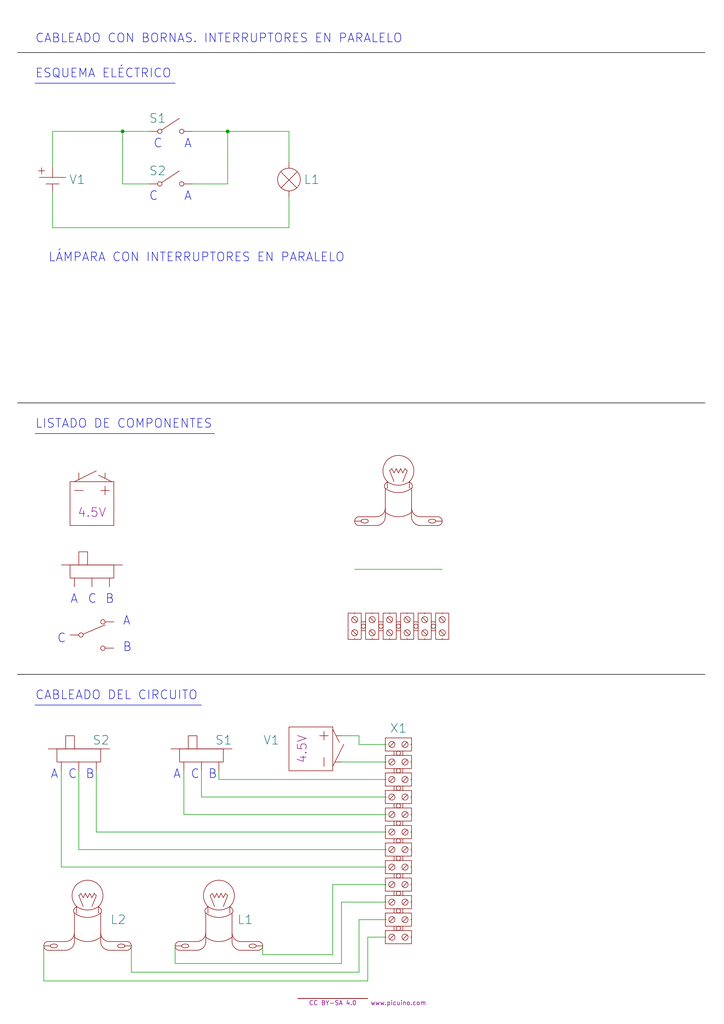
<source format=kicad_sch>
(kicad_sch (version 20211123) (generator eeschema)
  (paper "A4" portrait)
  (title_block (title "CABLEADO CON BORNAS. INTERRUPTORES EN PARALELO") (date "14/12/2018") (company "www.picuino.com") (comment 1 "Copyright (c) 2018 by Carlos Pardo") (comment 2 "License CC BY-SA 4.0"))
  (lib_symbols
    (symbol "simbolos:CopyRight" (pin_names (offset 1.016))
      (property "License" "CC BY-SA 4.0" (at -1.27 -1.27 0))
      (property "Web" "www.picuino.com" (at 0 -1.27 0))
      (symbol "CopyRight_0_1"
        (polyline (pts (xy -10.16 0) (xy 10.16 0)) (stroke (width 0.2032)))
      )
    )
    (symbol "simbolos:Pila" (pin_names (offset 1.016))
      (property "Reference" "V" (at 5.08 -4.445 0))
      (symbol "Pila_0_1"
        (polyline (pts (xy -4.064 -1.27) (xy -2.286 -1.27)))
        (polyline (pts (xy -3.81 -3.175) (xy 3.81 -3.175)))
        (polyline (pts (xy -3.175 -0.381) (xy -3.175 -2.159)))
        (polyline (pts (xy -1.905 -5.08) (xy 1.905 -5.08)))
      )
      (symbol "Pila_1_1"
        (pin input line (at 0 -7.62 90) (length 2.54) (name "") (number ""))
        (pin input line (at 0 0 270) (length 3.175) (name "") (number ""))
      )
    )
    (symbol "simbolos:borna_12x2" (pin_names (offset 1.016))
      (property "Reference" "X" (at 3.81 3.81 0))
      (symbol "borna_12x2_0_1"
        (rectangle (start 0 -53.975) (end 7.62 -57.785))
        (rectangle (start 0 -48.895) (end 7.62 -52.705))
        (rectangle (start 0 -43.815) (end 7.62 -47.625))
        (rectangle (start 0 -38.735) (end 7.62 -42.545))
        (rectangle (start 0 -33.655) (end 7.62 -37.465))
        (rectangle (start 0 -28.575) (end 7.62 -32.385))
        (rectangle (start 0 -23.495) (end 7.62 -27.305))
        (rectangle (start 0 -18.415) (end 7.62 -22.225))
        (rectangle (start 0 -13.335) (end 7.62 -17.145))
        (rectangle (start 0 -8.255) (end 7.62 -12.065))
        (rectangle (start 0 -3.175) (end 7.62 -6.985))
        (polyline (pts (xy 1.27 -56.515) (xy 2.54 -55.245)))
        (polyline (pts (xy 1.27 -51.435) (xy 2.54 -50.165)))
        (polyline (pts (xy 1.27 -46.355) (xy 2.54 -45.085)))
        (polyline (pts (xy 1.27 -41.275) (xy 2.54 -40.005)))
        (polyline (pts (xy 1.27 -36.195) (xy 2.54 -34.925)))
        (polyline (pts (xy 1.27 -31.115) (xy 2.54 -29.845)))
        (polyline (pts (xy 1.27 -26.035) (xy 2.54 -24.765)))
        (polyline (pts (xy 1.27 -20.955) (xy 2.54 -19.685)))
        (polyline (pts (xy 1.27 -15.875) (xy 2.54 -14.605)))
        (polyline (pts (xy 1.27 -10.795) (xy 2.54 -9.525)))
        (polyline (pts (xy 1.27 -5.715) (xy 2.54 -4.445)))
        (polyline (pts (xy 1.27 -0.635) (xy 2.54 0.635)))
        (polyline (pts (xy 2.54 -53.975) (xy 2.54 -52.705)))
        (polyline (pts (xy 2.54 -48.895) (xy 2.54 -47.625)))
        (polyline (pts (xy 2.54 -43.815) (xy 2.54 -42.545)))
        (polyline (pts (xy 2.54 -38.735) (xy 2.54 -37.465)))
        (polyline (pts (xy 2.54 -33.655) (xy 2.54 -32.385)))
        (polyline (pts (xy 2.54 -28.575) (xy 2.54 -27.305)))
        (polyline (pts (xy 2.54 -23.495) (xy 2.54 -22.225)))
        (polyline (pts (xy 2.54 -18.415) (xy 2.54 -17.145)))
        (polyline (pts (xy 2.54 -13.335) (xy 2.54 -12.065)))
        (polyline (pts (xy 2.54 -8.255) (xy 2.54 -6.985)))
        (polyline (pts (xy 2.54 -3.175) (xy 2.54 -1.905)))
        (polyline (pts (xy 5.08 -56.515) (xy 6.35 -55.245)))
        (polyline (pts (xy 5.08 -53.975) (xy 5.08 -52.705)))
        (polyline (pts (xy 5.08 -51.435) (xy 6.35 -50.165)))
        (polyline (pts (xy 5.08 -48.895) (xy 5.08 -47.625)))
        (polyline (pts (xy 5.08 -46.355) (xy 6.35 -45.085)))
        (polyline (pts (xy 5.08 -43.815) (xy 5.08 -42.545)))
        (polyline (pts (xy 5.08 -41.275) (xy 6.35 -40.005)))
        (polyline (pts (xy 5.08 -38.735) (xy 5.08 -37.465)))
        (polyline (pts (xy 5.08 -36.195) (xy 6.35 -34.925)))
        (polyline (pts (xy 5.08 -33.655) (xy 5.08 -32.385)))
        (polyline (pts (xy 5.08 -31.115) (xy 6.35 -29.845)))
        (polyline (pts (xy 5.08 -28.575) (xy 5.08 -27.305)))
        (polyline (pts (xy 5.08 -26.035) (xy 6.35 -24.765)))
        (polyline (pts (xy 5.08 -23.495) (xy 5.08 -22.225)))
        (polyline (pts (xy 5.08 -20.955) (xy 6.35 -19.685)))
        (polyline (pts (xy 5.08 -18.415) (xy 5.08 -17.145)))
        (polyline (pts (xy 5.08 -15.875) (xy 6.35 -14.605)))
        (polyline (pts (xy 5.08 -13.335) (xy 5.08 -12.065)))
        (polyline (pts (xy 5.08 -10.795) (xy 6.35 -9.525)))
        (polyline (pts (xy 5.08 -8.255) (xy 5.08 -6.985)))
        (polyline (pts (xy 5.08 -5.715) (xy 6.35 -4.445)))
        (polyline (pts (xy 5.08 -3.175) (xy 5.08 -1.905)))
        (polyline (pts (xy 5.08 -0.635) (xy 6.35 0.635)))
        (rectangle (start 0 1.905) (end 7.62 -1.905))
        (circle (center 1.905 -55.88) (radius 0.889))
        (circle (center 1.905 -50.8) (radius 0.889))
        (circle (center 1.905 -45.72) (radius 0.889))
        (circle (center 1.905 -40.64) (radius 0.889))
        (circle (center 1.905 -35.56) (radius 0.889))
        (circle (center 1.905 -30.48) (radius 0.889))
        (circle (center 1.905 -25.4) (radius 0.889))
        (circle (center 1.905 -20.32) (radius 0.889))
        (circle (center 1.905 -15.24) (radius 0.889))
        (circle (center 1.905 -10.16) (radius 0.889))
        (circle (center 1.905 -5.08) (radius 0.889))
        (circle (center 1.905 0) (radius 0.889))
        (circle (center 3.81 -53.34) (radius 0.635))
        (circle (center 3.81 -48.26) (radius 0.635))
        (circle (center 3.81 -43.18) (radius 0.635))
        (circle (center 3.81 -38.1) (radius 0.635))
        (circle (center 3.81 -33.02) (radius 0.635))
        (circle (center 3.81 -27.94) (radius 0.635))
        (circle (center 3.81 -22.86) (radius 0.635))
        (circle (center 3.81 -17.78) (radius 0.635))
        (circle (center 3.81 -12.7) (radius 0.635))
        (circle (center 3.81 -7.62) (radius 0.635))
        (circle (center 3.81 -2.54) (radius 0.635))
        (circle (center 5.715 -55.88) (radius 0.889))
        (circle (center 5.715 -50.8) (radius 0.889))
        (circle (center 5.715 -45.72) (radius 0.889))
        (circle (center 5.715 -40.64) (radius 0.889))
        (circle (center 5.715 -35.56) (radius 0.889))
        (circle (center 5.715 -30.48) (radius 0.889))
        (circle (center 5.715 -25.4) (radius 0.889))
        (circle (center 5.715 -20.32) (radius 0.889))
        (circle (center 5.715 -15.24) (radius 0.889))
        (circle (center 5.715 -10.16) (radius 0.889))
        (circle (center 5.715 -5.08) (radius 0.889))
        (circle (center 5.715 0) (radius 0.889))
      )
      (symbol "borna_12x2_1_1"
        (pin input line (at 0 -55.88 0) (length 0.254) (name "") (number ""))
        (pin input line (at 0 -50.8 0) (length 0.254) (name "") (number ""))
        (pin input line (at 0 -45.72 0) (length 0.254) (name "") (number ""))
        (pin input line (at 0 -40.64 0) (length 0.254) (name "") (number ""))
        (pin input line (at 0 -35.56 0) (length 0.254) (name "") (number ""))
        (pin input line (at 0 -30.48 0) (length 0.254) (name "") (number ""))
        (pin input line (at 0 -25.4 0) (length 0.254) (name "") (number ""))
        (pin input line (at 0 -20.32 0) (length 0.254) (name "") (number ""))
        (pin input line (at 0 -15.24 0) (length 0.254) (name "") (number ""))
        (pin input line (at 0 -10.16 0) (length 0.254) (name "") (number ""))
        (pin input line (at 0 -5.08 0) (length 0.254) (name "") (number ""))
        (pin input line (at 0 0 0) (length 0.254) (name "") (number ""))
        (pin input line (at 7.62 -55.88 180) (length 0.254) (name "") (number ""))
        (pin input line (at 7.62 -50.8 180) (length 0.254) (name "") (number ""))
        (pin input line (at 7.62 -45.72 180) (length 0.254) (name "") (number ""))
        (pin input line (at 7.62 -40.64 180) (length 0.254) (name "") (number ""))
        (pin input line (at 7.62 -35.56 180) (length 0.254) (name "") (number ""))
        (pin input line (at 7.62 -30.48 180) (length 0.254) (name "") (number ""))
        (pin input line (at 7.62 -25.4 180) (length 0.254) (name "") (number ""))
        (pin input line (at 7.62 -20.32 180) (length 0.254) (name "") (number ""))
        (pin input line (at 7.62 -15.24 180) (length 0.254) (name "") (number ""))
        (pin input line (at 7.62 -10.16 180) (length 0.254) (name "") (number ""))
        (pin input line (at 7.62 -5.08 180) (length 0.254) (name "") (number ""))
        (pin input line (at 7.62 0 180) (length 0.254) (name "") (number ""))
      )
    )
    (symbol "simbolos:borna_6x2" (pin_names (offset 1.016))
      (property "Reference" "X" (at 3.81 3.81 0))
      (symbol "borna_6x2_0_1"
        (rectangle (start 0 -23.495) (end 7.62 -27.305))
        (rectangle (start 0 -18.415) (end 7.62 -22.225))
        (rectangle (start 0 -13.335) (end 7.62 -17.145))
        (rectangle (start 0 -8.255) (end 7.62 -12.065))
        (rectangle (start 0 -3.175) (end 7.62 -6.985))
        (polyline (pts (xy 1.27 -26.035) (xy 2.54 -24.765)))
        (polyline (pts (xy 1.27 -20.955) (xy 2.54 -19.685)))
        (polyline (pts (xy 1.27 -15.875) (xy 2.54 -14.605)))
        (polyline (pts (xy 1.27 -10.795) (xy 2.54 -9.525)))
        (polyline (pts (xy 1.27 -5.715) (xy 2.54 -4.445)))
        (polyline (pts (xy 1.27 -0.635) (xy 2.54 0.635)))
        (polyline (pts (xy 2.54 -23.495) (xy 2.54 -22.225)))
        (polyline (pts (xy 2.54 -18.415) (xy 2.54 -17.145)))
        (polyline (pts (xy 2.54 -13.335) (xy 2.54 -12.065)))
        (polyline (pts (xy 2.54 -8.255) (xy 2.54 -6.985)))
        (polyline (pts (xy 2.54 -3.175) (xy 2.54 -1.905)))
        (polyline (pts (xy 5.08 -26.035) (xy 6.35 -24.765)))
        (polyline (pts (xy 5.08 -23.495) (xy 5.08 -22.225)))
        (polyline (pts (xy 5.08 -20.955) (xy 6.35 -19.685)))
        (polyline (pts (xy 5.08 -18.415) (xy 5.08 -17.145)))
        (polyline (pts (xy 5.08 -15.875) (xy 6.35 -14.605)))
        (polyline (pts (xy 5.08 -13.335) (xy 5.08 -12.065)))
        (polyline (pts (xy 5.08 -10.795) (xy 6.35 -9.525)))
        (polyline (pts (xy 5.08 -8.255) (xy 5.08 -6.985)))
        (polyline (pts (xy 5.08 -5.715) (xy 6.35 -4.445)))
        (polyline (pts (xy 5.08 -3.175) (xy 5.08 -1.905)))
        (polyline (pts (xy 5.08 -0.635) (xy 6.35 0.635)))
        (rectangle (start 0 1.905) (end 7.62 -1.905))
        (circle (center 1.905 -25.4) (radius 0.889))
        (circle (center 1.905 -20.32) (radius 0.889))
        (circle (center 1.905 -15.24) (radius 0.889))
        (circle (center 1.905 -10.16) (radius 0.889))
        (circle (center 1.905 -5.08) (radius 0.889))
        (circle (center 1.905 0) (radius 0.889))
        (circle (center 3.81 -22.86) (radius 0.635))
        (circle (center 3.81 -17.78) (radius 0.635))
        (circle (center 3.81 -12.7) (radius 0.635))
        (circle (center 3.81 -7.62) (radius 0.635))
        (circle (center 3.81 -2.54) (radius 0.635))
        (circle (center 5.715 -25.4) (radius 0.889))
        (circle (center 5.715 -20.32) (radius 0.889))
        (circle (center 5.715 -15.24) (radius 0.889))
        (circle (center 5.715 -10.16) (radius 0.889))
        (circle (center 5.715 -5.08) (radius 0.889))
        (circle (center 5.715 0) (radius 0.889))
      )
      (symbol "borna_6x2_1_1"
        (pin input line (at 0 -25.4 0) (length 0.254) (name "") (number ""))
        (pin input line (at 0 -20.32 0) (length 0.254) (name "") (number ""))
        (pin input line (at 0 -15.24 0) (length 0.254) (name "") (number ""))
        (pin input line (at 0 -10.16 0) (length 0.254) (name "") (number ""))
        (pin input line (at 0 -5.08 0) (length 0.254) (name "") (number ""))
        (pin input line (at 0 0 0) (length 0.254) (name "") (number ""))
        (pin input line (at 7.62 -25.4 180) (length 0.254) (name "") (number ""))
        (pin input line (at 7.62 -20.32 180) (length 0.254) (name "") (number ""))
        (pin input line (at 7.62 -15.24 180) (length 0.254) (name "") (number ""))
        (pin input line (at 7.62 -10.16 180) (length 0.254) (name "") (number ""))
        (pin input line (at 7.62 -5.08 180) (length 0.254) (name "") (number ""))
        (pin input line (at 7.62 0 180) (length 0.254) (name "") (number ""))
      )
    )
    (symbol "simbolos:conmutador" (pin_names (offset 1.016))
      (property "Reference" "S" (at 4.445 3.175 0))
      (symbol "conmutador_0_0"
        (circle (center 3.175 0) (radius 0.635))
        (circle (center 9.525 -3.81) (radius 0.635))
        (circle (center 9.525 3.81) (radius 0.635))
      )
      (symbol "conmutador_0_1"
        (polyline (pts (xy 10.16 2.921) (xy 3.81 0.254)))
      )
      (symbol "conmutador_1_1"
        (pin input line (at 0 0 0) (length 2.54) (name "") (number ""))
        (pin input line (at 12.7 -3.81 180) (length 2.54) (name "") (number ""))
        (pin input line (at 12.7 3.81 180) (length 2.54) (name "") (number ""))
      )
    )
    (symbol "simbolos:interruptor" (pin_names (offset 1.016))
      (property "Reference" "S" (at 4.445 3.175 0))
      (symbol "interruptor_0_0"
        (polyline (pts (xy 8.89 3.81) (xy 3.683 0.381)))
        (circle (center 3.175 0) (radius 0.635))
        (circle (center 9.525 0) (radius 0.635))
      )
      (symbol "interruptor_1_1"
        (pin input line (at 0 0 0) (length 2.54) (name "") (number ""))
        (pin input line (at 12.7 0 180) (length 2.54) (name "") (number ""))
      )
    )
    (symbol "simbolos:lampara" (pin_names (offset 1.016))
      (property "Reference" "L" (at 4.445 -5.08 0))
      (symbol "lampara_0_1"
        (circle (center 0 -5.08) (radius 3.302))
        (polyline (pts (xy -2.286 -7.493) (xy 2.286 -2.921)))
        (polyline (pts (xy -2.286 -2.921) (xy 2.286 -7.493)))
      )
      (symbol "lampara_1_1"
        (pin input line (at 0 -10.16 90) (length 1.778) (name "") (number ""))
        (pin input line (at 0 0 270) (length 1.778) (name "") (number ""))
      )
    )
    (symbol "simbolos:lampara_pack" (pin_names (offset 1.016))
      (property "Reference" "L" (at 17.78 6.35 0))
      (symbol "lampara_pack_0_1"
        (polyline (pts (xy 1.27 -1.27) (xy 6.35 -1.27)))
        (polyline (pts (xy 6.35 1.27) (xy 1.27 1.27)))
        (polyline (pts (xy 8.89 1.27) (xy 8.89 9.525)))
        (polyline (pts (xy 8.89 10.795) (xy 9.525 11.43)))
        (polyline (pts (xy 9.525 11.43) (xy 9.525 9.525)))
        (polyline (pts (xy 11.43 11.43) (xy 10.16 14.605)))
        (polyline (pts (xy 13.97 11.43) (xy 15.24 14.605)))
        (polyline (pts (xy 15.875 11.43) (xy 15.875 9.525)))
        (polyline (pts (xy 16.51 1.27) (xy 16.51 9.525)))
        (polyline (pts (xy 16.51 10.795) (xy 15.875 11.43)))
        (polyline (pts (xy 19.05 1.27) (xy 24.13 1.27)))
        (polyline (pts (xy 24.13 -1.27) (xy 19.05 -1.27)))
        (polyline (pts (xy 10.16 14.605) (xy 10.795 15.24) (xy 11.43 13.97) (xy 12.065 15.24) (xy 12.7 13.97) (xy 13.335 15.24) (xy 13.97 13.97) (xy 14.605 15.24) (xy 15.24 14.605)))
        (arc (start 1.27 1.27) (mid 0 0) (end 1.27 -1.27))
        (arc (start 2.159 -0.381) (mid 2.921 -0.5609) (end 3.683 -0.381))
        (arc (start 2.159 0.381) (mid 1.8844 0) (end 2.159 -0.381))
        (arc (start 3.683 -0.381) (mid 3.9576 0) (end 3.683 0.381))
        (arc (start 3.683 0.381) (mid 2.921 0.5609) (end 2.159 0.381))
        (arc (start 6.35 -1.27) (mid 8.1297 -0.5171) (end 8.89 1.27))
        (arc (start 6.35 1.27) (mid 8.1297 2.0229) (end 8.89 3.81))
        (arc (start 8.89 2.54) (mid 12.7 1.27) (end 16.51 2.54))
        (arc (start 8.89 9.525) (mid 12.7 8.255) (end 16.51 9.525))
        (arc (start 8.89 10.795) (mid 8.627 10.16) (end 8.89 9.525))
        (arc (start 9.525 11.43) (mid 12.7 10.4125) (end 15.875 11.43))
        (arc (start 12.7 19.05) (mid 8.5493 16.3021) (end 9.525 11.43))
        (arc (start 15.875 11.43) (mid 16.8357 16.2958) (end 12.7 19.05))
        (arc (start 16.51 1.27) (mid 17.2523 -0.5349) (end 19.05 -1.27))
        (arc (start 16.51 3.81) (mid 17.2523 2.0051) (end 19.05 1.27))
        (arc (start 16.51 9.525) (mid 16.773 10.16) (end 16.51 10.795))
        (arc (start 21.717 -0.381) (mid 22.479 -0.5609) (end 23.241 -0.381))
        (arc (start 21.717 0.381) (mid 21.4424 0) (end 21.717 -0.381))
        (arc (start 23.241 -0.381) (mid 23.5156 0) (end 23.241 0.381))
        (arc (start 23.241 0.381) (mid 22.479 0.5609) (end 21.717 0.381))
        (arc (start 24.13 -1.27) (mid 25.4 0) (end 24.13 1.27))
      )
      (symbol "lampara_pack_1_1"
        (pin input line (at 0 0 0) (length 1.905) (name "") (number ""))
        (pin input line (at 25.4 0 180) (length 1.905) (name "") (number ""))
      )
    )
    (symbol "simbolos:pila_petaca" (pin_names (offset 1.016))
      (property "Reference" "V" (at 11.43 -8.89 0))
      (property "V" "4.5V" (at 3.81 -12.7 0))
      (symbol "pila_petaca_0_1"
        (rectangle (start -2.54 -2.54) (end 10.16 -15.24))
        (polyline (pts (xy -1.27 -5.08) (xy 1.27 -5.08)))
        (polyline (pts (xy -1.27 -2.54) (xy 5.08 0.635)))
        (polyline (pts (xy 7.62 -3.81) (xy 7.62 -6.35)))
        (polyline (pts (xy 8.89 -5.08) (xy 6.35 -5.08)))
        (polyline (pts (xy 9.525 -2.54) (xy 5.715 -0.635)))
      )
      (symbol "pila_petaca_1_1"
        (pin input line (at 0 0 270) (length 1.905) (name "") (number ""))
        (pin input line (at 7.62 0 270) (length 1.524) (name "") (number ""))
      )
    )
    (symbol "simbolos:selector_pack" (pin_names (offset 1.016))
      (property "Reference" "S" (at 11.43 8.89 0))
      (symbol "selector_pack_0_1"
        (rectangle (start -1.27 6.35) (end 11.43 2.54))
        (polyline (pts (xy 13.97 6.35) (xy -3.81 6.35)))
        (polyline (pts (xy 1.27 6.35) (xy 1.27 10.16) (xy 3.81 10.16) (xy 3.81 6.35)))
      )
      (symbol "selector_pack_1_1"
        (pin input line (at 0 0 90) (length 2.54) (name "") (number ""))
        (pin input line (at 5.08 0 90) (length 2.54) (name "") (number ""))
        (pin input line (at 10.16 0 90) (length 2.54) (name "") (number ""))
      )
    )
  )
  (junction (at 66.04 38.1))
  (junction (at 35.56 38.1))
  (wire (pts (xy 22.86 246.38) (xy 111.76 246.38)))
  (wire (pts (xy 104.14 266.7) (xy 104.14 281.94)))
  (wire (pts (xy 38.1 281.94) (xy 104.14 281.94)))
  (polyline (pts (xy 5.08 195.58) (xy 204.47 195.58)) (stroke (width 0) (type solid) (color 0 0 0 1)))
  (wire (pts (xy 43.18 53.34) (xy 35.56 53.34)))
  (wire (pts (xy 53.34 236.22) (xy 53.34 223.52)))
  (wire (pts (xy 35.56 38.1) (xy 43.18 38.1)))
  (wire (pts (xy 111.76 226.06) (xy 63.5 226.06)))
  (wire (pts (xy 38.1 274.32) (xy 38.1 281.94)))
  (wire (pts (xy 111.76 236.22) (xy 53.34 236.22)))
  (wire (pts (xy 83.82 38.1) (xy 83.82 46.99)))
  (wire (pts (xy 35.56 53.34) (xy 35.56 38.1)))
  (wire (pts (xy 96.52 256.54) (xy 96.52 276.86)))
  (wire (pts (xy 106.68 271.78) (xy 106.68 284.48)))
  (wire (pts (xy 55.88 38.1) (xy 66.04 38.1)))
  (wire (pts (xy 104.14 213.36) (xy 99.06 213.36)))
  (wire (pts (xy 63.5 226.06) (xy 63.5 223.52)))
  (wire (pts (xy 104.14 266.7) (xy 111.76 266.7)))
  (wire (pts (xy 96.52 256.54) (xy 111.76 256.54)))
  (wire (pts (xy 22.86 223.52) (xy 22.86 246.38)))
  (wire (pts (xy 55.88 53.34) (xy 66.04 53.34)))
  (polyline (pts (xy 5.08 116.84) (xy 204.47 116.84)) (stroke (width 0) (type solid) (color 0 0 0 1)))
  (wire (pts (xy 104.14 215.9) (xy 104.14 213.36)))
  (wire (pts (xy 27.94 241.3) (xy 27.94 223.52)))
  (wire (pts (xy 15.24 48.26) (xy 15.24 38.1)))
  (wire (pts (xy 99.06 261.62) (xy 99.06 279.4)))
  (polyline (pts (xy 10.16 125.73) (xy 62.23 125.73)) (stroke (width 0) (type solid)))
  (wire (pts (xy 17.78 223.52) (xy 17.78 251.46)))
  (wire (pts (xy 83.82 66.04) (xy 83.82 57.15)))
  (wire (pts (xy 102.87 165.1) (xy 128.27 165.1)))
  (wire (pts (xy 106.68 284.48) (xy 12.7 284.48)))
  (wire (pts (xy 12.7 284.48) (xy 12.7 274.32)))
  (wire (pts (xy 58.42 223.52) (xy 58.42 231.14)))
  (polyline (pts (xy 5.08 15.24) (xy 204.47 15.24)) (stroke (width 0) (type solid) (color 0 0 0 1)))
  (wire (pts (xy 66.04 53.34) (xy 66.04 38.1)))
  (wire (pts (xy 104.14 215.9) (xy 111.76 215.9)))
  (wire (pts (xy 76.2 276.86) (xy 96.52 276.86)))
  (polyline (pts (xy 10.16 24.13) (xy 50.8 24.13)) (stroke (width 0) (type solid)))
  (wire (pts (xy 15.24 66.04) (xy 15.24 55.88)))
  (wire (pts (xy 111.76 241.3) (xy 27.94 241.3)))
  (wire (pts (xy 99.06 220.98) (xy 111.76 220.98)))
  (wire (pts (xy 50.8 279.4) (xy 99.06 279.4)))
  (wire (pts (xy 15.24 38.1) (xy 35.56 38.1)))
  (wire (pts (xy 58.42 231.14) (xy 111.76 231.14)))
  (wire (pts (xy 111.76 251.46) (xy 17.78 251.46)))
  (wire (pts (xy 111.76 271.78) (xy 106.68 271.78)))
  (wire (pts (xy 66.04 38.1) (xy 83.82 38.1)))
  (wire (pts (xy 99.06 261.62) (xy 111.76 261.62)))
  (polyline (pts (xy 10.16 204.47) (xy 58.42 204.47)) (stroke (width 0) (type solid)))
  (wire (pts (xy 50.8 274.32) (xy 50.8 279.4)))
  (wire (pts (xy 76.2 274.32) (xy 76.2 276.86)))
  (wire (pts (xy 15.24 66.04) (xy 83.82 66.04)))
  (text "A" (at 53.34 58.42 0) (effects (font (size 2.54 2.54)) (justify left bottom)))
  (text "C" (at 16.51 186.69 0) (effects (font (size 2.54 2.54)) (justify left bottom)))
  (text "CABLEADO DEL CIRCUITO" (at 10.16 203.2 0) (effects (font (size 2.54 2.54)) (justify left bottom)))
  (text "A" (at 14.605 226.06 0) (effects (font (size 2.54 2.54)) (justify left bottom)))
  (text "A" (at 53.34 43.18 0) (effects (font (size 2.54 2.54)) (justify left bottom)))
  (text "CABLEADO CON BORNAS. INTERRUPTORES EN PARALELO" (at 10.16 12.7 0) (effects (font (size 2.54 2.54)) (justify left bottom)))
  (text "B" (at 60.325 226.06 0) (effects (font (size 2.54 2.54)) (justify left bottom)))
  (text "C" (at 44.45 43.18 0) (effects (font (size 2.54 2.54)) (justify left bottom)))
  (text "LÁMPARA CON INTERRUPTORES EN PARALELO" (at 13.97 76.2 0) (effects (font (size 2.54 2.54)) (justify left bottom)))
  (text "A" (at 50.165 226.06 0) (effects (font (size 2.54 2.54)) (justify left bottom)))
  (text "C" (at 55.245 226.06 0) (effects (font (size 2.54 2.54)) (justify left bottom)))
  (text "B" (at 35.56 189.23 0) (effects (font (size 2.54 2.54)) (justify left bottom)))
  (text "ESQUEMA ELÉCTRICO" (at 10.16 22.86 0) (effects (font (size 2.54 2.54)) (justify left bottom)))
  (text "B" (at 24.765 226.06 0) (effects (font (size 2.54 2.54)) (justify left bottom)))
  (text "LISTADO DE COMPONENTES" (at 10.16 124.46 0) (effects (font (size 2.54 2.54)) (justify left bottom)))
  (text "B" (at 30.48 175.26 0) (effects (font (size 2.54 2.54)) (justify left bottom)))
  (text "C" (at 19.685 226.06 0) (effects (font (size 2.54 2.54)) (justify left bottom)))
  (text "A" (at 20.32 175.26 0) (effects (font (size 2.54 2.54)) (justify left bottom)))
  (text "A" (at 35.56 181.61 0) (effects (font (size 2.54 2.54)) (justify left bottom)))
  (text "C" (at 25.4 175.26 0) (effects (font (size 2.54 2.54)) (justify left bottom)))
  (text "C" (at 43.18 58.42 0) (effects (font (size 2.54 2.54)) (justify left bottom)))
  (symbol (lib_id "simbolos:lampara_pack") (at 50.8 274.32 0) (unit 1)
    (property "Reference" "L1" (at 71.12 266.7 0) (effects (font (size 2.54 2.54))))
  )
  (symbol (lib_id "simbolos:conmutador") (at 20.32 184.15 0) (unit 1)
    (property "Reference" "S?" (effects hide))
  )
  (symbol (lib_id "simbolos:Pila") (at 15.24 48.26 0) (unit 1)
    (property "Reference" "V1" (at 19.8882 52.07 0) (effects (font (size 2.54 2.54)) (justify left)))
  )
  (symbol (lib_id "simbolos:interruptor") (at 43.18 53.34 0) (unit 1)
    (property "Reference" "S2" (at 45.72 49.53 0) (effects (font (size 2.54 2.54))))
  )
  (symbol (lib_id "simbolos:lampara_pack") (at 102.87 151.13 0) (unit 1)
    (property "Reference" "L?" (effects hide))
  )
  (symbol (lib_id "simbolos:lampara") (at 83.82 46.99 0) (unit 1)
    (property "Reference" "L1" (at 87.9602 52.07 0) (effects (font (size 2.54 2.54)) (justify left)))
  )
  (symbol (lib_id "simbolos:pila_petaca") (at 99.06 220.98 270) (mirror x) (unit 1)
    (property "Reference" "V1" (at 76.2 214.63 90) (effects (font (size 2.54 2.54)) (justify left)))
    (property "V" "4.5V" (at 87.63 217.17 0) (effects (font (size 2.54 2.54))))
  )
  (symbol (lib_id "simbolos:lampara_pack") (at 12.7 274.32 0) (unit 1)
    (property "Reference" "L2" (at 34.29 266.7 0) (effects (font (size 2.54 2.54))))
  )
  (symbol (lib_id "simbolos:interruptor") (at 43.18 38.1 0) (unit 1)
    (property "Reference" "S1" (at 45.72 34.29 0) (effects (font (size 2.54 2.54))))
  )
  (symbol (lib_id "simbolos:selector_pack") (at 53.34 223.52 0) (unit 1)
    (property "Reference" "S1" (at 62.23 214.63 0) (effects (font (size 2.54 2.54)) (justify left)))
  )
  (symbol (lib_id "simbolos:borna_6x2") (at 128.27 177.8 270) (unit 1)
    (property "Reference" "X?" (effects hide))
  )
  (symbol (lib_id "simbolos:pila_petaca") (at 22.86 137.16 0) (unit 1)
    (property "Reference" "V?" (effects hide))
    (property "V" "4.5V" (at 26.67 148.59 0) (effects (font (size 2.54 2.54))))
  )
  (symbol (lib_id "simbolos:selector_pack") (at 21.59 170.18 0) (unit 1)
    (property "Reference" "S?" (effects hide))
  )
  (symbol (lib_id "simbolos:borna_12x2") (at 111.76 215.9 0) (unit 1)
    (property "Reference" "X1" (at 115.57 211.1756 0) (effects (font (size 2.54 2.54))))
  )
  (symbol (lib_id "simbolos:selector_pack") (at 17.78 223.52 0) (unit 1)
    (property "Reference" "S2" (at 26.67 214.63 0) (effects (font (size 2.54 2.54)) (justify left)))
  )
  (symbol (lib_id "simbolos:CopyRight") (at 96.52 289.56 0) (unit 1)
    (property "Reference" "CP1" (effects hide))
    (property "License" "CC BY-SA 4.0" (at 96.52 290.83 0))
    (property "Web" "www.picuino.com" (at 115.57 290.83 0))
  )
)
</source>
